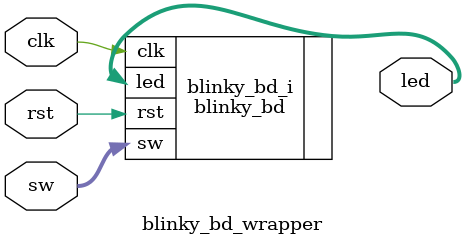
<source format=v>
`timescale 1 ps / 1 ps

module blinky_bd_wrapper
   (clk,
    led,
    rst,
    sw);
  input clk;
  output [3:0]led;
  input rst;
  input [1:0]sw;

  wire clk;
  wire [3:0]led;
  wire rst;
  wire [1:0]sw;

  blinky_bd blinky_bd_i
       (.clk(clk),
        .led(led),
        .rst(rst),
        .sw(sw));
endmodule

</source>
